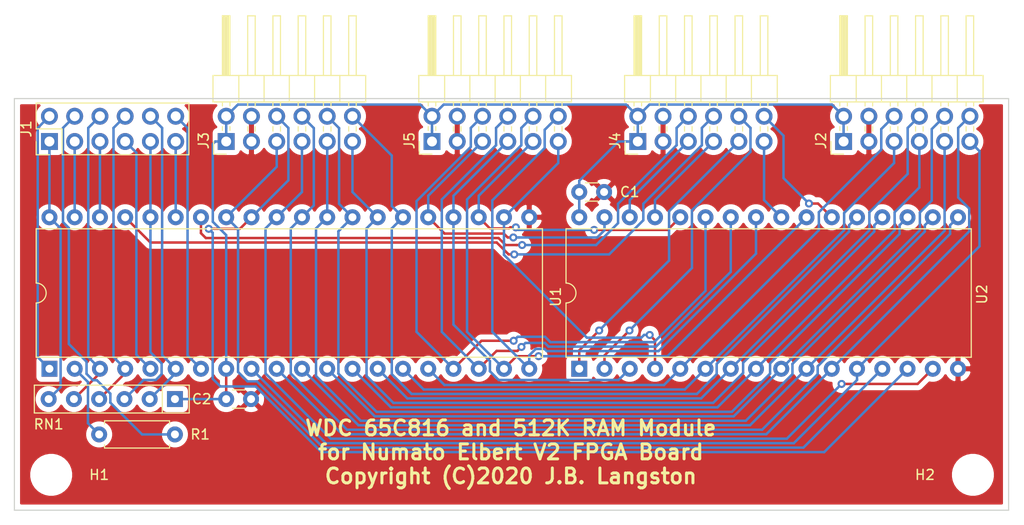
<source format=kicad_pcb>
(kicad_pcb (version 20211014) (generator pcbnew)
  (layers (0 "F.Cu" signal) (31 "B.Cu" signal) (34 "B.Paste" user) (35 "F.Paste" user) (36 "B.SilkS" user "B.Silkscreen") (37 "F.SilkS" user "F.Silkscreen") (38 "B.Mask" user) (39 "F.Mask" user) (44 "Edge.Cuts" user))
  (net 0 "")
  (net 1 "/A12")
  (net 2 "/A13")
  (net 3 "/A14")
  (net 4 "/A15")
  (net 5 "/D7")
  (net 6 "/D6")
  (net 7 "/D5")
  (net 8 "/A0")
  (net 9 "/D4")
  (net 10 "/A1")
  (net 11 "/D3")
  (net 12 "/A2")
  (net 13 "/D2")
  (net 14 "/A3")
  (net 15 "/D1")
  (net 16 "/A4")
  (net 17 "/D0")
  (net 18 "/A5")
  (net 19 "/A6")
  (net 20 "/A7")
  (net 21 "/A8")
  (net 22 "/A9")
  (net 23 "/A10")
  (net 24 "/A11")
  (net 25 "GND")
  (net 26 "VCC")
  (net 27 "/~{WE}")
  (net 28 "/~{OE}")
  (net 29 "/~{CE}")
  (net 30 "/A18")
  (net 31 "/A17")
  (net 32 "/A16")
  (net 33 "Net-(J1-Pad4)")
  (net 34 "/~{RES}")
  (net 35 "/VDA")
  (net 36 "/MX")
  (net 37 "/PHI2")
  (net 38 "/BE")
  (net 39 "/E")
  (net 40 "/R~{W}")
  (net 41 "/VPA")
  (net 42 "/~{NMI}")
  (net 43 "/~{ML}")
  (net 44 "/~{IRQ}")
  (net 45 "/~{ABORT}")
  (net 46 "/RDY")
  (net 47 "/~{VP}")
  (footprint "Package_DIP:DIP-40_W15.24mm" (layer "F.Cu") (at 99.899 134.62 90)
    (fp_text reference "U1")
    (fp_text value "65C816S")
  )
  (footprint "Capacitor_THT:C_Disc_D3.0mm_W1.6mm_P2.50mm" (layer "F.Cu") (at 153.189 116.84)
    (fp_text reference "C1")
    (fp_text value "C")
  )
  (footprint "Capacitor_THT:C_Disc_D3.0mm_W1.6mm_P2.50mm" (layer "F.Cu") (at 117.679 137.668)
    (fp_text reference "C2")
    (fp_text value "C")
  )
  (footprint "Connector_PinHeader_2.54mm:PinHeader_2x06_P2.54mm_Horizontal" (layer "F.Cu") (at 179.779 111.76 90)
    (fp_text reference "J2")
    (fp_text value "Conn_02x06_Odd_Even")
  )
  (footprint "Connector_PinHeader_2.54mm:PinHeader_2x06_P2.54mm_Horizontal" (layer "F.Cu") (at 159.079 111.76 90)
    (fp_text reference "J4")
    (fp_text value "Conn_02x06_Odd_Even")
  )
  (footprint "Connector_PinHeader_2.54mm:PinHeader_2x06_P2.54mm_Horizontal" (layer "F.Cu") (at 138.379 111.76 90)
    (fp_text reference "J5")
    (fp_text value "Conn_02x06_Odd_Even")
  )
  (footprint "Package_DIP:DIP-32_W15.24mm" (layer "F.Cu") (at 153.189 134.62 90)
    (fp_text reference "U2")
    (fp_text value "AS6C4008")
  )
  (footprint "Connector_PinHeader_2.54mm:PinHeader_2x06_P2.54mm_Vertical" (layer "F.Cu") (at 99.899 111.76 90)
    (fp_text reference "J1")
    (fp_text value "Conn_02x05_Odd_Even")
  )
  (footprint "Resistor_THT:R_Array_SIP6" (layer "F.Cu") (at 112.522 137.668 180)
    (fp_text reference "RN1")
    (fp_text value "R_Network05")
  )
  (footprint "Resistor_THT:R_Axial_DIN0207_L6.3mm_D2.5mm_P7.62mm_Horizontal" (layer "F.Cu") (at 104.902 141.224)
    (fp_text reference "R1")
    (fp_text value "R")
  )
  (footprint "MountingHole:MountingHole_3.2mm_M3" (layer "F.Cu") (at 100.076 145.288)
    (fp_text reference "H1")
    (fp_text value "MountingHole")
  )
  (footprint "MountingHole:MountingHole_3.2mm_M3" (layer "F.Cu") (at 192.786 145.288)
    (fp_text reference "H2")
    (fp_text value "MountingHole")
  )
  (footprint "Connector_PinHeader_2.54mm:PinHeader_2x06_P2.54mm_Horizontal" (layer "F.Cu") (at 117.679 111.76 90)
    (fp_text reference "J3")
    (fp_text value "Conn_02x06_Odd_Even")
  )
  (gr_line (start 196.376 107.442) (end 96.376 107.442) (layer "Edge.Cuts") (width 0.12))
  (gr_line (start 196.376 148.844) (end 96.376 148.844) (layer "Edge.Cuts") (width 0.12))
  (gr_line (start 196.376 148.844) (end 196.376 107.442) (layer "Edge.Cuts") (width 0.12))
  (gr_line (start 96.376 107.442) (end 96.376 148.844) (layer "Edge.Cuts") (width 0.12))
  (gr_text "WDC 65C816 and 512K RAM Module\nfor Numato Elbert V2 FPGA Board\nCopyright (C)2020 J.B. Langston" (at 146.304 143.002) (layer "F.SilkS") (effects (font (size 1.5 1.5) (thickness 0.3))))
  (segment (start 160.809 131.751968) (end 160.274 131.216968) (width 0.25) (layer "F.Cu") (net 1))
  (segment (start 160.809 134.62) (end 160.809 131.751968) (width 0.25) (layer "F.Cu") (net 1))
  (via (at 160.274 131.216968) (size 0.8) (drill 0.4) (layers "F.Cu" "B.Cu") (net 1))
  (segment (start 159.708315 131.216968) (end 160.274 131.216968) (width 0.25) (layer "B.Cu") (net 1))
  (segment (start 151.079 113.92) (end 151.079 111.76) (width 0.25) (layer "B.Cu") (net 1))
  (segment (start 145.619 119.38) (end 151.079 113.92) (width 0.25) (layer "B.Cu") (net 1))
  (segment (start 153.953189 131.491967) (end 159.433316 131.491967) (width 0.25) (layer "B.Cu") (net 1))
  (segment (start 159.433316 131.491967) (end 159.708315 131.216968) (width 0.25) (layer "B.Cu") (net 1))
  (segment (start 145.619 119.38) (end 145.619 123.157778) (width 0.25) (layer "B.Cu") (net 1))
  (segment (start 145.619 123.157778) (end 153.953189 131.491967) (width 0.25) (layer "B.Cu") (net 1))
  (segment (start 162.079 120.65) (end 154.685998 120.65) (width 0.25) (layer "F.Cu") (net 2))
  (segment (start 143.079 119.38) (end 144.204001 120.505001) (width 0.25) (layer "F.Cu") (net 2))
  (segment (start 144.204001 120.505001) (end 146.137314 120.505001) (width 0.25) (layer "F.Cu") (net 2))
  (segment (start 146.246315 120.396) (end 146.812 120.396) (width 0.25) (layer "F.Cu") (net 2))
  (segment (start 146.137314 120.505001) (end 146.246315 120.396) (width 0.25) (layer "F.Cu") (net 2))
  (segment (start 163.349 119.38) (end 162.079 120.65) (width 0.25) (layer "F.Cu") (net 2))
  (via (at 146.812 120.396) (size 0.8) (drill 0.4) (layers "F.Cu" "B.Cu") (net 2))
  (via (at 154.685998 120.65) (size 0.8) (drill 0.4) (layers "F.Cu" "B.Cu") (net 2))
  (segment (start 143.079 117.22) (end 148.539 111.76) (width 0.25) (layer "B.Cu") (net 2))
  (segment (start 147.066 120.65) (end 146.812 120.396) (width 0.25) (layer "B.Cu") (net 2))
  (segment (start 143.079 119.38) (end 143.079 117.22) (width 0.25) (layer "B.Cu") (net 2))
  (segment (start 154.685998 120.65) (end 147.066 120.65) (width 0.25) (layer "B.Cu") (net 2))
  (segment (start 158.269 134.62) (end 157.143999 135.745001) (width 0.25) (layer "B.Cu") (net 3))
  (segment (start 140.539 130.17641) (end 140.539 120.51137) (width 0.25) (layer "B.Cu") (net 3))
  (segment (start 140.539 120.51137) (end 140.539 119.38) (width 0.25) (layer "B.Cu") (net 3))
  (segment (start 140.539 117.22) (end 140.539 118.24863) (width 0.25) (layer "B.Cu") (net 3))
  (segment (start 145.078999 135.745001) (end 144.204001 134.870003) (width 0.25) (layer "B.Cu") (net 3))
  (segment (start 144.204001 133.841411) (end 140.539 130.17641) (width 0.25) (layer "B.Cu") (net 3))
  (segment (start 144.204001 134.870003) (end 144.204001 133.841411) (width 0.25) (layer "B.Cu") (net 3))
  (segment (start 157.143999 135.745001) (end 145.078999 135.745001) (width 0.25) (layer "B.Cu") (net 3))
  (segment (start 140.539 118.24863) (end 140.539 119.38) (width 0.25) (layer "B.Cu") (net 3))
  (segment (start 145.999 111.76) (end 140.539 117.22) (width 0.25) (layer "B.Cu") (net 3))
  (segment (start 145.992315 121.412) (end 146.558 121.412) (width 0.25) (layer "F.Cu") (net 4))
  (segment (start 137.999 119.38) (end 139.638978 121.019978) (width 0.25) (layer "F.Cu") (net 4))
  (segment (start 139.638978 121.019978) (end 145.600293 121.019978) (width 0.25) (layer "F.Cu") (net 4))
  (segment (start 145.600293 121.019978) (end 145.992315 121.412) (width 0.25) (layer "F.Cu") (net 4))
  (via (at 146.558 121.412) (size 0.8) (drill 0.4) (layers "F.Cu" "B.Cu") (net 4))
  (segment (start 155.729 120.68) (end 154.997 121.412) (width 0.25) (layer "B.Cu") (net 4))
  (segment (start 137.999 119.38) (end 137.999 117.22) (width 0.25) (layer "B.Cu") (net 4))
  (segment (start 142.609001 112.609999) (end 143.459 111.76) (width 0.25) (layer "B.Cu") (net 4))
  (segment (start 155.729 119.38) (end 155.729 120.68) (width 0.25) (layer "B.Cu") (net 4))
  (segment (start 137.999 117.22) (end 142.609001 112.609999) (width 0.25) (layer "B.Cu") (net 4))
  (segment (start 147.123685 121.412) (end 146.558 121.412) (width 0.25) (layer "B.Cu") (net 4))
  (segment (start 154.997 121.412) (end 147.123685 121.412) (width 0.25) (layer "B.Cu") (net 4))
  (segment (start 134.333999 118.254999) (end 134.659001 118.580001) (width 0.25) (layer "B.Cu") (net 5))
  (segment (start 167.014001 135.160001) (end 165.022145 137.151857) (width 0.25) (layer "B.Cu") (net 5))
  (segment (start 134.659001 120.179999) (end 135.459 119.38) (width 0.25) (layer "B.Cu") (net 5))
  (segment (start 136.325855 137.151857) (end 134.333999 135.160001) (width 0.25) (layer "B.Cu") (net 5))
  (segment (start 130.379 109.22) (end 134.333999 113.174999) (width 0.25) (layer "B.Cu") (net 5))
  (segment (start 167.014001 134.131409) (end 167.014001 135.160001) (width 0.25) (layer "B.Cu") (net 5))
  (segment (start 134.659001 118.580001) (end 135.459 119.38) (width 0.25) (layer "B.Cu") (net 5))
  (segment (start 165.022145 137.151857) (end 136.325855 137.151857) (width 0.25) (layer "B.Cu") (net 5))
  (segment (start 134.333999 120.505001) (end 134.659001 120.179999) (width 0.25) (layer "B.Cu") (net 5))
  (segment (start 180.329001 120.179999) (end 180.329001 120.816409) (width 0.25) (layer "B.Cu") (net 5))
  (segment (start 134.333999 135.160001) (end 134.333999 120.505001) (width 0.25) (layer "B.Cu") (net 5))
  (segment (start 134.333999 113.174999) (end 134.333999 118.254999) (width 0.25) (layer "B.Cu") (net 5))
  (segment (start 181.129 119.38) (end 180.329001 120.179999) (width 0.25) (layer "B.Cu") (net 5))
  (segment (start 180.329001 120.816409) (end 167.014001 134.131409) (width 0.25) (layer "B.Cu") (net 5))
  (segment (start 183.669 119.38) (end 182.869001 120.179999) (width 0.25) (layer "B.Cu") (net 6))
  (segment (start 169.672 134.01341) (end 169.672 135.042002) (width 0.25) (layer "B.Cu") (net 6))
  (segment (start 134.495879 138.051879) (end 131.793999 135.349999) (width 0.25) (layer "B.Cu") (net 6))
  (segment (start 130.379 116.84) (end 132.919 119.38) (width 0.25) (layer "B.Cu") (net 6))
  (segment (start 182.869001 120.816409) (end 169.672 134.01341) (width 0.25) (layer "B.Cu") (net 6))
  (segment (start 182.869001 120.179999) (end 182.869001 120.816409) (width 0.25) (layer "B.Cu") (net 6))
  (segment (start 131.793999 120.505001) (end 132.119001 120.179999) (width 0.25) (layer "B.Cu") (net 6))
  (segment (start 169.672 135.042002) (end 166.662123 138.051879) (width 0.25) (layer "B.Cu") (net 6))
  (segment (start 130.379 111.76) (end 130.379 116.84) (width 0.25) (layer "B.Cu") (net 6))
  (segment (start 131.793999 135.349999) (end 131.793999 120.505001) (width 0.25) (layer "B.Cu") (net 6))
  (segment (start 166.662123 138.051879) (end 134.495879 138.051879) (width 0.25) (layer "B.Cu") (net 6))
  (segment (start 132.119001 120.179999) (end 132.919 119.38) (width 0.25) (layer "B.Cu") (net 6))
  (segment (start 129.579001 118.580001) (end 130.379 119.38) (width 0.25) (layer "B.Cu") (net 7))
  (segment (start 172.383999 134.079999) (end 172.383999 135.108591) (width 0.25) (layer "B.Cu") (net 7))
  (segment (start 129.579001 120.179999) (end 130.379 119.38) (width 0.25) (layer "B.Cu") (net 7))
  (segment (start 185.409001 121.054997) (end 172.383999 134.079999) (width 0.25) (layer "B.Cu") (net 7))
  (segment (start 185.409001 120.179999) (end 185.409001 121.054997) (width 0.25) (layer "B.Cu") (net 7))
  (segment (start 129.032 110.413) (end 129.032 118.033) (width 0.25) (layer "B.Cu") (net 7))
  (segment (start 168.540689 138.951901) (end 132.807311 138.951901) (width 0.25) (layer "B.Cu") (net 7))
  (segment (start 128.964001 120.794999) (end 129.579001 120.179999) (width 0.25) (layer "B.Cu") (net 7))
  (segment (start 172.383999 135.108591) (end 168.540689 138.951901) (width 0.25) (layer "B.Cu") (net 7))
  (segment (start 127.839 109.22) (end 129.032 110.413) (width 0.25) (layer "B.Cu") (net 7))
  (segment (start 129.032 118.033) (end 129.579001 118.580001) (width 0.25) (layer "B.Cu") (net 7))
  (segment (start 186.209 119.38) (end 185.409001 120.179999) (width 0.25) (layer "B.Cu") (net 7))
  (segment (start 132.807311 138.951901) (end 128.964001 135.108591) (width 0.25) (layer "B.Cu") (net 7))
  (segment (start 128.964001 135.108591) (end 128.964001 120.794999) (width 0.25) (layer "B.Cu") (net 7))
  (segment (start 127.700978 142.101978) (end 174.778392 142.101978) (width 0.25) (layer "B.Cu") (net 8))
  (segment (start 181.129 134.62) (end 193.4464 122.3026) (width 0.25) (layer "B.Cu") (net 8))
  (segment (start 120.219 134.62) (end 127.700978 142.101978) (width 0.25) (layer "B.Cu") (net 8))
  (segment (start 193.4464 122.3026) (end 193.4464 112.7274) (width 0.25) (layer "B.Cu") (net 8))
  (segment (start 193.4464 112.7274) (end 192.479 111.76) (width 0.25) (layer "B.Cu") (net 8))
  (segment (start 174.778392 142.101978) (end 181.129 135.75137) (width 0.25) (layer "B.Cu") (net 8))
  (segment (start 181.129 135.75137) (end 181.129 134.62) (width 0.25) (layer "B.Cu") (net 8))
  (segment (start 131.215923 139.851923) (end 126.713999 135.349999) (width 0.25) (layer "B.Cu") (net 9))
  (segment (start 169.942079 139.851923) (end 131.215923 139.851923) (width 0.25) (layer "B.Cu") (net 9))
  (segment (start 126.713999 135.349999) (end 126.713999 120.505001) (width 0.25) (layer "B.Cu") (net 9))
  (segment (start 127.839 111.76) (end 127.839 119.38) (width 0.25) (layer "B.Cu") (net 9))
  (segment (start 127.039001 120.179999) (end 127.839 119.38) (width 0.25) (layer "B.Cu") (net 9))
  (segment (start 187.949001 120.816409) (end 174.634001 134.131409) (width 0.25) (layer "B.Cu") (net 9))
  (segment (start 187.949001 120.179999) (end 187.949001 120.816409) (width 0.25) (layer "B.Cu") (net 9))
  (segment (start 174.634001 135.160001) (end 169.942079 139.851923) (width 0.25) (layer "B.Cu") (net 9))
  (segment (start 174.634001 134.131409) (end 174.634001 135.160001) (width 0.25) (layer "B.Cu") (net 9))
  (segment (start 188.749 119.38) (end 187.949001 120.179999) (width 0.25) (layer "B.Cu") (net 9))
  (segment (start 126.713999 120.505001) (end 127.039001 120.179999) (width 0.25) (layer "B.Cu") (net 9))
  (segment (start 192.414001 118.500001) (end 191.303999 117.389999) (width 0.25) (layer "B.Cu") (net 10))
  (segment (start 178.589 134.62) (end 192.414001 120.794999) (width 0.25) (layer "B.Cu") (net 10))
  (segment (start 191.303999 110.395001) (end 191.629001 110.069999) (width 0.25) (layer "B.Cu") (net 10))
  (segment (start 191.629001 110.069999) (end 192.479 109.22) (width 0.25) (layer "B.Cu") (net 10))
  (segment (start 192.414001 120.794999) (end 192.414001 118.500001) (width 0.25) (layer "B.Cu") (net 10))
  (segment (start 172.007044 141.201956) (end 177.789001 135.419999) (width 0.25) (layer "B.Cu") (net 10))
  (segment (start 122.759 134.62) (end 129.340956 141.201956) (width 0.25) (layer "B.Cu") (net 10))
  (segment (start 129.340956 141.201956) (end 172.007044 141.201956) (width 0.25) (layer "B.Cu") (net 10))
  (segment (start 191.303999 117.389999) (end 191.303999 110.395001) (width 0.25) (layer "B.Cu") (net 10))
  (segment (start 177.789001 135.419999) (end 178.589 134.62) (width 0.25) (layer "B.Cu") (net 10))
  (segment (start 177.174001 135.160001) (end 171.582057 140.751945) (width 0.25) (layer "B.Cu") (net 11))
  (segment (start 191.289 119.38) (end 190.489001 120.179999) (width 0.25) (layer "B.Cu") (net 11))
  (segment (start 190.489001 121.054997) (end 177.174001 134.369997) (width 0.25) (layer "B.Cu") (net 11))
  (segment (start 171.582057 140.751945) (end 129.829945 140.751945) (width 0.25) (layer "B.Cu") (net 11))
  (segment (start 129.829945 140.751945) (end 124.173999 135.095999) (width 0.25) (layer "B.Cu") (net 11))
  (segment (start 126.098999 118.580001) (end 125.299 119.38) (width 0.25) (layer "B.Cu") (net 11))
  (segment (start 190.489001 120.179999) (end 190.489001 121.054997) (width 0.25) (layer "B.Cu") (net 11))
  (segment (start 124.173999 135.095999) (end 124.173999 120.505001) (width 0.25) (layer "B.Cu") (net 11))
  (segment (start 125.299 109.22) (end 126.492 110.413) (width 0.25) (layer "B.Cu") (net 11))
  (segment (start 126.492 110.413) (end 126.492 118.187) (width 0.25) (layer "B.Cu") (net 11))
  (segment (start 124.499001 120.179999) (end 125.299 119.38) (width 0.25) (layer "B.Cu") (net 11))
  (segment (start 124.173999 120.505001) (end 124.499001 120.179999) (width 0.25) (layer "B.Cu") (net 11))
  (segment (start 126.492 118.187) (end 126.098999 118.580001) (width 0.25) (layer "B.Cu") (net 11))
  (segment (start 177.174001 134.369997) (end 177.174001 135.160001) (width 0.25) (layer "B.Cu") (net 11))
  (segment (start 126.098999 135.419999) (end 125.299 134.62) (width 0.25) (layer "B.Cu") (net 12))
  (segment (start 189.939 120.73) (end 189.939 111.76) (width 0.25) (layer "B.Cu") (net 12))
  (segment (start 130.980934 140.301934) (end 126.098999 135.419999) (width 0.25) (layer "B.Cu") (net 12))
  (segment (start 176.049 134.62) (end 189.939 120.73) (width 0.25) (layer "B.Cu") (net 12))
  (segment (start 176.049 134.62) (end 170.367066 140.301934) (width 0.25) (layer "B.Cu") (net 12))
  (segment (start 170.367066 140.301934) (end 130.980934 140.301934) (width 0.25) (layer "B.Cu") (net 12))
  (segment (start 187.225 136.144) (end 188.749 134.62) (width 0.25) (layer "F.Cu") (net 13))
  (segment (start 179.578 136.144) (end 187.225 136.144) (width 0.25) (layer "F.Cu") (net 13))
  (via (at 179.578 136.144) (size 0.8) (drill 0.4) (layers "F.Cu" "B.Cu") (net 13))
  (segment (start 121.633999 135.095999) (end 128.189967 141.651967) (width 0.25) (layer "B.Cu") (net 13))
  (segment (start 125.299 111.76) (end 125.299 116.84) (width 0.25) (layer "B.Cu") (net 13))
  (segment (start 121.633999 120.505001) (end 121.633999 135.095999) (width 0.25) (layer "B.Cu") (net 13))
  (segment (start 122.759 119.38) (end 121.633999 120.505001) (width 0.25) (layer "B.Cu") (net 13))
  (segment (start 128.189967 141.651967) (end 174.070033 141.651967) (width 0.25) (layer "B.Cu") (net 13))
  (segment (start 174.070033 141.651967) (end 179.178001 136.543999) (width 0.25) (layer "B.Cu") (net 13))
  (segment (start 125.299 116.84) (end 122.759 119.38) (width 0.25) (layer "B.Cu") (net 13))
  (segment (start 179.178001 136.543999) (end 179.578 136.144) (width 0.25) (layer "B.Cu") (net 13))
  (segment (start 172.709001 135.419999) (end 173.509 134.62) (width 0.25) (layer "B.Cu") (net 14))
  (segment (start 187.452 120.677) (end 187.452 118.8974) (width 0.25) (layer "B.Cu") (net 14))
  (segment (start 127.839 134.62) (end 132.620912 139.401912) (width 0.25) (layer "B.Cu") (net 14))
  (segment (start 188.6458 110.5132) (end 189.089001 110.069999) (width 0.25) (layer "B.Cu") (net 14))
  (segment (start 132.620912 139.401912) (end 168.727088 139.401912) (width 0.25) (layer "B.Cu") (net 14))
  (segment (start 187.452 118.8974) (end 188.6458 117.7036) (width 0.25) (layer "B.Cu") (net 14))
  (segment (start 173.509 134.62) (end 187.452 120.677) (width 0.25) (layer "B.Cu") (net 14))
  (segment (start 189.089001 110.069999) (end 189.939 109.22) (width 0.25) (layer "B.Cu") (net 14))
  (segment (start 188.6458 117.7036) (end 188.6458 110.5132) (width 0.25) (layer "B.Cu") (net 14))
  (segment (start 168.727088 139.401912) (end 172.709001 135.419999) (width 0.25) (layer "B.Cu") (net 14))
  (segment (start 120.219 119.38) (end 119.058174 120.540826) (width 0.25) (layer "F.Cu") (net 15))
  (segment (start 119.058174 120.540826) (end 116.487328 120.540826) (width 0.25) (layer "F.Cu") (net 15))
  (segment (start 116.487328 120.540826) (end 115.921643 120.540826) (width 0.25) (layer "F.Cu") (net 15))
  (via (at 115.921643 120.540826) (size 0.8) (drill 0.4) (layers "F.Cu" "B.Cu") (net 15))
  (segment (start 116.321642 120.940825) (end 115.921643 120.540826) (width 0.25) (layer "B.Cu") (net 15))
  (segment (start 123.934001 115.664999) (end 123.934001 110.395001) (width 0.25) (layer "B.Cu") (net 15))
  (segment (start 177.827 143.002) (end 127.254 143.002) (width 0.25) (layer "B.Cu") (net 15))
  (segment (start 123.608999 110.069999) (end 122.759 109.22) (width 0.25) (layer "B.Cu") (net 15))
  (segment (start 116.321642 135.625642) (end 116.321642 120.940825) (width 0.25) (layer "B.Cu") (net 15))
  (segment (start 123.934001 110.395001) (end 123.608999 110.069999) (width 0.25) (layer "B.Cu") (net 15))
  (segment (start 120.219 119.38) (end 123.934001 115.664999) (width 0.25) (layer "B.Cu") (net 15))
  (segment (start 117.094 136.398) (end 116.321642 135.625642) (width 0.25) (layer "B.Cu") (net 15))
  (segment (start 120.65 136.398) (end 117.094 136.398) (width 0.25) (layer "B.Cu") (net 15))
  (segment (start 127.254 143.002) (end 120.65 136.398) (width 0.25) (layer "B.Cu") (net 15))
  (segment (start 186.209 134.62) (end 177.827 143.002) (width 0.25) (layer "B.Cu") (net 15))
  (segment (start 170.969 134.62) (end 167.08711 138.50189) (width 0.25) (layer "B.Cu") (net 16))
  (segment (start 184.912 120.677) (end 184.912 118.872) (width 0.25) (layer "B.Cu") (net 16))
  (segment (start 187.399 116.385) (end 187.399 111.76) (width 0.25) (layer "B.Cu") (net 16))
  (segment (start 134.26089 138.50189) (end 131.178999 135.419999) (width 0.25) (layer "B.Cu") (net 16))
  (segment (start 131.178999 135.419999) (end 130.379 134.62) (width 0.25) (layer "B.Cu") (net 16))
  (segment (start 167.08711 138.50189) (end 134.26089 138.50189) (width 0.25) (layer "B.Cu") (net 16))
  (segment (start 184.912 118.872) (end 187.399 116.385) (width 0.25) (layer "B.Cu") (net 16))
  (segment (start 170.969 134.62) (end 184.912 120.677) (width 0.25) (layer "B.Cu") (net 16))
  (segment (start 122.759 114.3) (end 122.759 111.76) (width 0.25) (layer "B.Cu") (net 17))
  (segment (start 118.872 134.938002) (end 118.872 120.573) (width 0.25) (layer "B.Cu") (net 17))
  (segment (start 127.440399 142.551989) (end 120.77841 135.89) (width 0.25) (layer "B.Cu") (net 17))
  (segment (start 118.478999 120.179999) (end 117.679 119.38) (width 0.25) (layer "B.Cu") (net 17))
  (segment (start 117.679 119.38) (end 122.759 114.3) (width 0.25) (layer "B.Cu") (net 17))
  (segment (start 118.872 120.573) (end 118.478999 120.179999) (width 0.25) (layer "B.Cu") (net 17))
  (segment (start 183.669 134.62) (end 175.737011 142.551989) (width 0.25) (layer "B.Cu") (net 17))
  (segment (start 119.823998 135.89) (end 118.872 134.938002) (width 0.25) (layer "B.Cu") (net 17))
  (segment (start 120.77841 135.89) (end 119.823998 135.89) (width 0.25) (layer "B.Cu") (net 17))
  (segment (start 175.737011 142.551989) (end 127.440399 142.551989) (width 0.25) (layer "B.Cu") (net 17))
  (segment (start 167.629001 135.419999) (end 168.429 134.62) (width 0.25) (layer "B.Cu") (net 18))
  (segment (start 182.372 120.677) (end 182.372 118.872) (width 0.25) (layer "B.Cu") (net 18))
  (segment (start 186.223999 110.395001) (end 186.549001 110.069999) (width 0.25) (layer "B.Cu") (net 18))
  (segment (start 165.447132 137.601868) (end 167.629001 135.419999) (width 0.25) (layer "B.Cu") (net 18))
  (segment (start 135.900868 137.601868) (end 165.447132 137.601868) (width 0.25) (layer "B.Cu") (net 18))
  (segment (start 168.429 134.62) (end 182.372 120.677) (width 0.25) (layer "B.Cu") (net 18))
  (segment (start 182.372 118.872) (end 186.223999 115.020001) (width 0.25) (layer "B.Cu") (net 18))
  (segment (start 186.223999 115.020001) (end 186.223999 110.395001) (width 0.25) (layer "B.Cu") (net 18))
  (segment (start 132.919 134.62) (end 135.900868 137.601868) (width 0.25) (layer "B.Cu") (net 18))
  (segment (start 186.549001 110.069999) (end 187.399 109.22) (width 0.25) (layer "B.Cu") (net 18))
  (segment (start 137.540846 136.701846) (end 136.258999 135.419999) (width 0.25) (layer "B.Cu") (net 19))
  (segment (start 163.807154 136.701846) (end 137.540846 136.701846) (width 0.25) (layer "B.Cu") (net 19))
  (segment (start 184.859 113.9212) (end 184.859 111.76) (width 0.25) (layer "B.Cu") (net 19))
  (segment (start 179.832 120.677) (end 179.832 118.9482) (width 0.25) (layer "B.Cu") (net 19))
  (segment (start 136.258999 135.419999) (end 135.459 134.62) (width 0.25) (layer "B.Cu") (net 19))
  (segment (start 165.889 134.62) (end 163.807154 136.701846) (width 0.25) (layer "B.Cu") (net 19))
  (segment (start 179.832 118.9482) (end 184.859 113.9212) (width 0.25) (layer "B.Cu") (net 19))
  (segment (start 165.889 134.62) (end 179.832 120.677) (width 0.25) (layer "B.Cu") (net 19))
  (segment (start 162.549001 135.419999) (end 163.349 134.62) (width 0.25) (layer "B.Cu") (net 20))
  (segment (start 161.717165 136.251835) (end 162.549001 135.419999) (width 0.25) (layer "B.Cu") (net 20))
  (segment (start 184.009001 110.069999) (end 184.859 109.22) (width 0.25) (layer "B.Cu") (net 20))
  (segment (start 177.292 120.677) (end 177.292 118.872) (width 0.25) (layer "B.Cu") (net 20))
  (segment (start 183.5658 112.5982) (end 183.5658 110.5132) (width 0.25) (layer "B.Cu") (net 20))
  (segment (start 163.349 134.62) (end 177.292 120.677) (width 0.25) (layer "B.Cu") (net 20))
  (segment (start 139.630835 136.251835) (end 161.717165 136.251835) (width 0.25) (layer "B.Cu") (net 20))
  (segment (start 137.999 134.62) (end 139.630835 136.251835) (width 0.25) (layer "B.Cu") (net 20))
  (segment (start 177.292 118.872) (end 183.5658 112.5982) (width 0.25) (layer "B.Cu") (net 20))
  (segment (start 183.5658 110.5132) (end 184.009001 110.069999) (width 0.25) (layer "B.Cu") (net 20))
  (segment (start 146.025764 131.802978) (end 146.591449 131.802978) (width 0.25) (layer "F.Cu") (net 21))
  (segment (start 140.539 134.62) (end 143.356022 131.802978) (width 0.25) (layer "F.Cu") (net 21))
  (segment (start 143.356022 131.802978) (end 146.025764 131.802978) (width 0.25) (layer "F.Cu") (net 21))
  (via (at 146.591449 131.802978) (size 0.8) (drill 0.4) (layers "F.Cu" "B.Cu") (net 21))
  (segment (start 142.283999 112.298591) (end 142.283999 110.395001) (width 0.25) (layer "B.Cu") (net 21))
  (segment (start 160.723024 131.941978) (end 150.289802 131.941978) (width 0.25) (layer "B.Cu") (net 21))
  (segment (start 165.889 119.38) (end 165.889 126.776002) (width 0.25) (layer "B.Cu") (net 21))
  (segment (start 136.823999 117.758591) (end 142.283999 112.298591) (width 0.25) (layer "B.Cu") (net 21))
  (segment (start 142.609001 110.069999) (end 143.459 109.22) (width 0.25) (layer "B.Cu") (net 21))
  (segment (start 140.539 134.62) (end 136.823999 130.904999) (width 0.25) (layer "B.Cu") (net 21))
  (segment (start 142.283999 110.395001) (end 142.609001 110.069999) (width 0.25) (layer "B.Cu") (net 21))
  (segment (start 146.991448 131.402979) (end 146.591449 131.802978) (width 0.25) (layer "B.Cu") (net 21))
  (segment (start 165.889 126.776002) (end 160.723024 131.941978) (width 0.25) (layer "B.Cu") (net 21))
  (segment (start 150.289802 131.941978) (end 149.750803 131.402979) (width 0.25) (layer "B.Cu") (net 21))
  (segment (start 149.750803 131.402979) (end 146.991448 131.402979) (width 0.25) (layer "B.Cu") (net 21))
  (segment (start 136.823999 130.904999) (end 136.823999 117.758591) (width 0.25) (layer "B.Cu") (net 21))
  (segment (start 146.976002 132.823059) (end 147.376001 132.42306) (width 0.25) (layer "F.Cu") (net 22))
  (segment (start 143.079 134.62) (end 144.875941 132.823059) (width 0.25) (layer "F.Cu") (net 22))
  (segment (start 144.875941 132.823059) (end 146.976002 132.823059) (width 0.25) (layer "F.Cu") (net 22))
  (via (at 147.376001 132.42306) (size 0.8) (drill 0.4) (layers "F.Cu" "B.Cu") (net 22))
  (segment (start 150.103402 132.391989) (end 149.734474 132.023061) (width 0.25) (layer "B.Cu") (net 22))
  (segment (start 144.823999 112.134003) (end 144.823999 110.395001) (width 0.25) (layer "B.Cu") (net 22))
  (segment (start 168.429 119.38) (end 168.429 124.872413) (width 0.25) (layer "B.Cu") (net 22))
  (segment (start 160.909424 132.391989) (end 150.103402 132.391989) (width 0.25) (layer "B.Cu") (net 22))
  (segment (start 149.734474 132.023061) (end 147.776 132.023061) (width 0.25) (layer "B.Cu") (net 22))
  (segment (start 139.363999 130.904999) (end 139.363999 117.594003) (width 0.25) (layer "B.Cu") (net 22))
  (segment (start 168.429 124.872413) (end 160.909424 132.391989) (width 0.25) (layer "B.Cu") (net 22))
  (segment (start 143.079 134.62) (end 139.363999 130.904999) (width 0.25) (layer "B.Cu") (net 22))
  (segment (start 147.776 132.023061) (end 147.376001 132.42306) (width 0.25) (layer "B.Cu") (net 22))
  (segment (start 139.363999 117.594003) (end 144.823999 112.134003) (width 0.25) (layer "B.Cu") (net 22))
  (segment (start 144.823999 110.395001) (end 145.149001 110.069999) (width 0.25) (layer "B.Cu") (net 22))
  (segment (start 145.149001 110.069999) (end 145.999 109.22) (width 0.25) (layer "B.Cu") (net 22))
  (segment (start 145.619 134.62) (end 146.88434 133.35466) (width 0.25) (layer "F.Cu") (net 23))
  (segment (start 146.88434 133.35466) (end 148.536975 133.35466) (width 0.25) (layer "F.Cu") (net 23))
  (segment (start 148.536975 133.35466) (end 149.10266 133.35466) (width 0.25) (layer "F.Cu") (net 23))
  (via (at 149.10266 133.35466) (size 0.8) (drill 0.4) (layers "F.Cu" "B.Cu") (net 23))
  (segment (start 162.07434 133.35466) (end 149.668345 133.35466) (width 0.25) (layer "B.Cu") (net 23))
  (segment (start 145.619 134.62) (end 141.903999 130.904999) (width 0.25) (layer "B.Cu") (net 23))
  (segment (start 176.049 119.38) (end 162.07434 133.35466) (width 0.25) (layer "B.Cu") (net 23))
  (segment (start 141.903999 130.904999) (end 141.903999 117.594003) (width 0.25) (layer "B.Cu") (net 23))
  (segment (start 147.363999 112.134003) (end 147.363999 110.395001) (width 0.25) (layer "B.Cu") (net 23))
  (segment (start 149.668345 133.35466) (end 149.10266 133.35466) (width 0.25) (layer "B.Cu") (net 23))
  (segment (start 147.689001 110.069999) (end 148.539 109.22) (width 0.25) (layer "B.Cu") (net 23))
  (segment (start 147.363999 110.395001) (end 147.689001 110.069999) (width 0.25) (layer "B.Cu") (net 23))
  (segment (start 141.903999 117.594003) (end 147.363999 112.134003) (width 0.25) (layer "B.Cu") (net 23))
  (segment (start 148.159 134.62) (end 144.443999 130.904999) (width 0.25) (layer "B.Cu") (net 24))
  (segment (start 148.159 134.62) (end 148.159 133.273) (width 0.25) (layer "B.Cu") (net 24))
  (segment (start 170.969 123.03741) (end 170.969 120.51137) (width 0.25) (layer "B.Cu") (net 24))
  (segment (start 148.159 133.273) (end 148.807001 132.624999) (width 0.25) (layer "B.Cu") (net 24))
  (segment (start 161.16441 132.842) (end 170.969 123.03741) (width 0.25) (layer "B.Cu") (net 24))
  (segment (start 144.443999 117.684001) (end 149.714001 112.413999) (width 0.25) (layer "B.Cu") (net 24))
  (segment (start 149.917002 132.842) (end 161.16441 132.842) (width 0.25) (layer "B.Cu") (net 24))
  (segment (start 170.969 120.51137) (end 170.969 119.38) (width 0.25) (layer "B.Cu") (net 24))
  (segment (start 149.700001 132.624999) (end 149.917002 132.842) (width 0.25) (layer "B.Cu") (net 24))
  (segment (start 149.714001 110.584999) (end 150.229001 110.069999) (width 0.25) (layer "B.Cu") (net 24))
  (segment (start 144.443999 130.904999) (end 144.443999 117.684001) (width 0.25) (layer "B.Cu") (net 24))
  (segment (start 149.714001 112.413999) (end 149.714001 110.584999) (width 0.25) (layer "B.Cu") (net 24))
  (segment (start 150.229001 110.069999) (end 151.079 109.22) (width 0.25) (layer "B.Cu") (net 24))
  (segment (start 148.807001 132.624999) (end 149.700001 132.624999) (width 0.25) (layer "B.Cu") (net 24))
  (segment (start 117.679 137.668) (end 117.679 134.62) (width 0.25) (layer "F.Cu") (net 26))
  (segment (start 153.189 116.84) (end 153.189 115.70863) (width 0.25) (layer "B.Cu") (net 26))
  (segment (start 160.254001 108.044999) (end 178.603999 108.044999) (width 0.25) (layer "B.Cu") (net 26))
  (segment (start 159.079 109.22) (end 160.254001 108.044999) (width 0.25) (layer "B.Cu") (net 26))
  (segment (start 112.522 137.668) (end 117.679 137.668) (width 0.25) (layer "B.Cu") (net 26))
  (segment (start 138.379 110.66) (end 138.379 109.22) (width 0.25) (layer "B.Cu") (net 26))
  (segment (start 157.979 111.76) (end 159.079 111.76) (width 0.25) (layer "B.Cu") (net 26))
  (segment (start 157.13763 111.76) (end 157.979 111.76) (width 0.25) (layer "B.Cu") (net 26))
  (segment (start 159.079 111.76) (end 159.079 109.22) (width 0.25) (layer "B.Cu") (net 26))
  (segment (start 116.332 119.830998) (end 116.332 112.007) (width 0.25) (layer "B.Cu") (net 26))
  (segment (start 178.603999 108.044999) (end 179.779 109.22) (width 0.25) (layer "B.Cu") (net 26))
  (segment (start 118.854001 108.044999) (end 137.203999 108.044999) (width 0.25) (layer "B.Cu") (net 26))
  (segment (start 139.554001 108.044999) (end 157.903999 108.044999) (width 0.25) (layer "B.Cu") (net 26))
  (segment (start 153.189 115.70863) (end 157.13763 111.76) (width 0.25) (layer "B.Cu") (net 26))
  (segment (start 116.579 111.76) (end 117.679 111.76) (width 0.25) (layer "B.Cu") (net 26))
  (segment (start 153.189 119.38) (end 153.189 118.24863) (width 0.25) (layer "B.Cu") (net 26))
  (segment (start 116.332 112.007) (end 116.579 111.76) (width 0.25) (layer "B.Cu") (net 26))
  (segment (start 117.679 110.422081) (end 117.679 111.76) (width 0.25) (layer "B.Cu") (net 26))
  (segment (start 137.203999 108.044999) (end 138.379 109.22) (width 0.25) (layer "B.Cu") (net 26))
  (segment (start 117.679 121.177998) (end 116.332 119.830998) (width 0.25) (layer "B.Cu") (net 26))
  (segment (start 117.679 109.22) (end 117.679 110.422081) (width 0.25) (layer "B.Cu") (net 26))
  (segment (start 179.779 111.76) (end 179.779 109.22) (width 0.25) (layer "B.Cu") (net 26))
  (segment (start 117.679 109.22) (end 118.854001 108.044999) (width 0.25) (layer "B.Cu") (net 26))
  (segment (start 138.379 111.76) (end 138.379 110.66) (width 0.25) (layer "B.Cu") (net 26))
  (segment (start 117.679 134.62) (end 117.679 121.177998) (width 0.25) (layer "B.Cu") (net 26))
  (segment (start 138.379 109.22) (end 139.554001 108.044999) (width 0.25) (layer "B.Cu") (net 26))
  (segment (start 153.189 118.24863) (end 153.189 116.84) (width 0.25) (layer "B.Cu") (net 26))
  (segment (start 157.903999 108.044999) (end 159.079 109.22) (width 0.25) (layer "B.Cu") (net 26))
  (segment (start 160.809 117.65) (end 166.699 111.76) (width 0.25) (layer "B.Cu") (net 27))
  (segment (start 160.809 119.38) (end 160.809 117.65) (width 0.25) (layer "B.Cu") (net 27))
  (segment (start 171.779 117.65) (end 171.779 111.76) (width 0.25) (layer "B.Cu") (net 28))
  (segment (start 173.509 119.38) (end 171.779 117.65) (width 0.25) (layer "B.Cu") (net 28))
  (segment (start 178.589 119.38) (end 177.21084 118.00184) (width 0.25) (layer "F.Cu") (net 29))
  (segment (start 177.21084 118.00184) (end 176.295332 118.00184) (width 0.25) (layer "F.Cu") (net 29))
  (via (at 176.295332 118.00184) (size 0.8) (drill 0.4) (layers "F.Cu" "B.Cu") (net 29))
  (segment (start 173.736 115.442508) (end 173.736 111.177) (width 0.25) (layer "B.Cu") (net 29))
  (segment (start 173.736 111.177) (end 171.779 109.22) (width 0.25) (layer "B.Cu") (net 29))
  (segment (start 176.295332 118.00184) (end 173.736 115.442508) (width 0.25) (layer "B.Cu") (net 29))
  (segment (start 153.189 134.62) (end 153.189 132.771957) (width 0.25) (layer "F.Cu") (net 30))
  (segment (start 153.189 132.771957) (end 155.194 130.766957) (width 0.25) (layer "F.Cu") (net 30))
  (via (at 155.194 130.766957) (size 0.8) (drill 0.4) (layers "F.Cu" "B.Cu") (net 30))
  (segment (start 162.223999 118.775001) (end 169.239 111.76) (width 0.25) (layer "B.Cu") (net 30))
  (segment (start 162.223999 123.736958) (end 162.223999 118.775001) (width 0.25) (layer "B.Cu") (net 30))
  (segment (start 155.194 130.766957) (end 162.223999 123.736958) (width 0.25) (layer "B.Cu") (net 30))
  (segment (start 158.269 117.65) (end 164.159 111.76) (width 0.25) (layer "B.Cu") (net 31))
  (segment (start 158.269 119.38) (end 158.269 117.65) (width 0.25) (layer "B.Cu") (net 31))
  (segment (start 155.729 133.279957) (end 157.842001 131.166956) (width 0.25) (layer "F.Cu") (net 32))
  (segment (start 157.842001 131.166956) (end 158.242 130.766957) (width 0.25) (layer "F.Cu") (net 32))
  (segment (start 155.729 134.62) (end 155.729 133.279957) (width 0.25) (layer "F.Cu") (net 32))
  (via (at 158.242 130.766957) (size 0.8) (drill 0.4) (layers "F.Cu" "B.Cu") (net 32))
  (segment (start 170.414001 112.795999) (end 170.414001 110.395001) (width 0.25) (layer "B.Cu") (net 32))
  (segment (start 158.242 130.766957) (end 164.524001 124.484956) (width 0.25) (layer "B.Cu") (net 32))
  (segment (start 170.414001 110.395001) (end 170.088999 110.069999) (width 0.25) (layer "B.Cu") (net 32))
  (segment (start 164.524001 124.484956) (end 164.524001 118.685999) (width 0.25) (layer "B.Cu") (net 32))
  (segment (start 164.524001 118.685999) (end 170.414001 112.795999) (width 0.25) (layer "B.Cu") (net 32))
  (segment (start 170.088999 110.069999) (end 169.239 109.22) (width 0.25) (layer "B.Cu") (net 32))
  (segment (start 103.632 133.90941) (end 101.854 132.13141) (width 0.25) (layer "B.Cu") (net 33))
  (segment (start 112.522 141.224) (end 109.22 141.224) (width 0.25) (layer "B.Cu") (net 33))
  (segment (start 106.027001 137.127999) (end 104.6706 135.771598) (width 0.25) (layer "B.Cu") (net 33))
  (segment (start 104.275598 135.771598) (end 103.632 135.128) (width 0.25) (layer "B.Cu") (net 33))
  (segment (start 103.632 135.128) (end 103.632 133.90941) (width 0.25) (layer "B.Cu") (net 33))
  (segment (start 101.263999 119.870001) (end 101.263999 110.395001) (width 0.25) (layer "B.Cu") (net 33))
  (segment (start 104.6706 135.771598) (end 104.275598 135.771598) (width 0.25) (layer "B.Cu") (net 33))
  (segment (start 109.22 141.224) (end 106.027001 138.031001) (width 0.25) (layer "B.Cu") (net 33))
  (segment (start 101.854 132.13141) (end 101.854 120.460002) (width 0.25) (layer "B.Cu") (net 33))
  (segment (start 101.589001 110.069999) (end 102.439 109.22) (width 0.25) (layer "B.Cu") (net 33))
  (segment (start 106.027001 138.031001) (end 106.027001 137.127999) (width 0.25) (layer "B.Cu") (net 33))
  (segment (start 101.263999 110.395001) (end 101.589001 110.069999) (width 0.25) (layer "B.Cu") (net 33))
  (segment (start 101.854 120.460002) (end 101.263999 119.870001) (width 0.25) (layer "B.Cu") (net 33))
  (segment (start 101.024001 136.465999) (end 101.024001 120.505001) (width 0.25) (layer "B.Cu") (net 34))
  (segment (start 101.024001 120.505001) (end 100.698999 120.179999) (width 0.25) (layer "B.Cu") (net 34))
  (segment (start 99.899 119.38) (end 99.899 111.76) (width 0.25) (layer "B.Cu") (net 34))
  (segment (start 100.698999 120.179999) (end 99.899 119.38) (width 0.25) (layer "B.Cu") (net 34))
  (segment (start 99.822 137.668) (end 101.024001 136.465999) (width 0.25) (layer "B.Cu") (net 34))
  (segment (start 102.439 119.38) (end 102.439 111.76) (width 0.25) (layer "B.Cu") (net 35))
  (segment (start 104.979 119.38) (end 104.979 111.76) (width 0.25) (layer "B.Cu") (net 36))
  (segment (start 107.519 119.38) (end 110.059 121.92) (width 0.25) (layer "F.Cu") (net 37))
  (segment (start 144.888541 121.92) (end 146.084553 123.116012) (width 0.25) (layer "F.Cu") (net 37))
  (segment (start 146.084553 123.116012) (end 146.650238 123.116012) (width 0.25) (layer "F.Cu") (net 37))
  (segment (start 110.059 121.92) (end 144.888541 121.92) (width 0.25) (layer "F.Cu") (net 37))
  (via (at 146.650238 123.116012) (size 0.8) (drill 0.4) (layers "F.Cu" "B.Cu") (net 37))
  (segment (start 165.849001 110.069999) (end 166.699 109.22) (width 0.25) (layer "B.Cu") (net 37))
  (segment (start 165.523999 110.395001) (end 165.849001 110.069999) (width 0.25) (layer "B.Cu") (net 37))
  (segment (start 156.19799 123.116012) (end 159.633999 119.680003) (width 0.25) (layer "B.Cu") (net 37))
  (segment (start 165.523999 112.134003) (end 165.523999 110.395001) (width 0.25) (layer "B.Cu") (net 37))
  (segment (start 159.633999 119.680003) (end 159.633999 118.024003) (width 0.25) (layer "B.Cu") (net 37))
  (segment (start 146.650238 123.116012) (end 156.19799 123.116012) (width 0.25) (layer "B.Cu") (net 37))
  (segment (start 159.633999 118.024003) (end 165.523999 112.134003) (width 0.25) (layer "B.Cu") (net 37))
  (segment (start 110.059 119.38) (end 110.059 111.76) (width 0.25) (layer "B.Cu") (net 38))
  (segment (start 109.364999 135.745001) (end 110.599001 135.745001) (width 0.25) (layer "B.Cu") (net 38))
  (segment (start 107.442 137.668) (end 109.364999 135.745001) (width 0.25) (layer "B.Cu") (net 38))
  (segment (start 110.599001 135.745001) (end 111.184001 135.160001) (width 0.25) (layer "B.Cu") (net 38))
  (segment (start 111.184001 134.079999) (end 110.059 132.954998) (width 0.25) (layer "B.Cu") (net 38))
  (segment (start 110.059 120.51137) (end 110.059 119.38) (width 0.25) (layer "B.Cu") (net 38))
  (segment (start 111.184001 135.160001) (end 111.184001 134.079999) (width 0.25) (layer "B.Cu") (net 38))
  (segment (start 110.059 132.954998) (end 110.059 120.51137) (width 0.25) (layer "B.Cu") (net 38))
  (segment (start 112.599 119.38) (end 112.599 111.76) (width 0.25) (layer "B.Cu") (net 39))
  (segment (start 146.876285 122.174) (end 147.44197 122.174) (width 0.25) (layer "F.Cu") (net 40))
  (segment (start 145.074941 121.469989) (end 145.778952 122.174) (width 0.25) (layer "F.Cu") (net 40))
  (segment (start 115.139 120.981) (end 115.627989 121.469989) (width 0.25) (layer "F.Cu") (net 40))
  (segment (start 115.139 119.38) (end 115.139 120.981) (width 0.25) (layer "F.Cu") (net 40))
  (segment (start 145.778952 122.174) (end 146.876285 122.174) (width 0.25) (layer "F.Cu") (net 40))
  (segment (start 115.627989 121.469989) (end 145.074941 121.469989) (width 0.25) (layer "F.Cu") (net 40))
  (via (at 147.44197 122.174) (size 0.8) (drill 0.4) (layers "F.Cu" "B.Cu") (net 40))
  (segment (start 147.44197 122.174) (end 154.89 122.174) (width 0.25) (layer "B.Cu") (net 40))
  (segment (start 163.309001 110.069999) (end 164.159 109.22) (width 0.25) (layer "B.Cu") (net 40))
  (segment (start 162.983999 112.134003) (end 162.983999 110.395001) (width 0.25) (layer "B.Cu") (net 40))
  (segment (start 157.093999 119.970001) (end 157.093999 118.024003) (width 0.25) (layer "B.Cu") (net 40))
  (segment (start 157.093999 118.024003) (end 162.983999 112.134003) (width 0.25) (layer "B.Cu") (net 40))
  (segment (start 154.89 122.174) (end 157.093999 119.970001) (width 0.25) (layer "B.Cu") (net 40))
  (segment (start 162.983999 110.395001) (end 163.309001 110.069999) (width 0.25) (layer "B.Cu") (net 40))
  (segment (start 113.448999 110.069999) (end 112.599 109.22) (width 0.25) (layer "B.Cu") (net 41))
  (segment (start 115.139 134.62) (end 113.792 133.273) (width 0.25) (layer "B.Cu") (net 41))
  (segment (start 113.792 110.413) (end 113.448999 110.069999) (width 0.25) (layer "B.Cu") (net 41))
  (segment (start 113.792 133.273) (end 113.792 110.413) (width 0.25) (layer "B.Cu") (net 41))
  (segment (start 112.599 135.051) (end 112.599 134.62) (width 0.25) (layer "B.Cu") (net 42))
  (segment (start 111.234001 110.395001) (end 111.234001 133.255001) (width 0.25) (layer "B.Cu") (net 42))
  (segment (start 111.799001 133.820001) (end 112.599 134.62) (width 0.25) (layer "B.Cu") (net 42))
  (segment (start 109.982 137.668) (end 112.599 135.051) (width 0.25) (layer "B.Cu") (net 42))
  (segment (start 110.059 109.22) (end 111.234001 110.395001) (width 0.25) (layer "B.Cu") (net 42))
  (segment (start 111.234001 133.255001) (end 111.799001 133.820001) (width 0.25) (layer "B.Cu") (net 42))
  (segment (start 108.644001 133.205001) (end 108.644001 112.885001) (width 0.25) (layer "B.Cu") (net 43))
  (segment (start 108.644001 112.885001) (end 108.368999 112.609999) (width 0.25) (layer "B.Cu") (net 43))
  (segment (start 108.368999 112.609999) (end 107.519 111.76) (width 0.25) (layer "B.Cu") (net 43))
  (segment (start 110.059 134.62) (end 108.644001 133.205001) (width 0.25) (layer "B.Cu") (net 43))
  (segment (start 104.902 137.668) (end 107.519 135.051) (width 0.25) (layer "F.Cu") (net 44))
  (segment (start 107.519 135.051) (end 107.519 134.62) (width 0.25) (layer "F.Cu") (net 44))
  (segment (start 107.519 109.22) (end 106.343999 110.395001) (width 0.25) (layer "B.Cu") (net 44))
  (segment (start 106.719001 133.820001) (end 107.519 134.62) (width 0.25) (layer "B.Cu") (net 44))
  (segment (start 106.343999 133.444999) (end 106.719001 133.820001) (width 0.25) (layer "B.Cu") (net 44))
  (segment (start 106.343999 110.395001) (end 106.343999 133.444999) (width 0.25) (layer "B.Cu") (net 44))
  (segment (start 102.362 137.668) (end 104.979 135.051) (width 0.25) (layer "F.Cu") (net 45))
  (segment (start 104.979 135.051) (end 104.979 134.62) (width 0.25) (layer "F.Cu") (net 45))
  (segment (start 104.129001 110.069999) (end 104.979 109.22) (width 0.25) (layer "B.Cu") (net 45))
  (segment (start 104.979 134.62) (end 103.803999 133.444999) (width 0.25) (layer "B.Cu") (net 45))
  (segment (start 103.803999 133.444999) (end 103.803999 110.395001) (width 0.25) (layer "B.Cu") (net 45))
  (segment (start 103.803999 110.395001) (end 104.129001 110.069999) (width 0.25) (layer "B.Cu") (net 45))
  (segment (start 103.776999 140.098999) (end 104.102001 140.424001) (width 0.25) (layer "B.Cu") (net 46))
  (segment (start 103.776999 135.957999) (end 103.776999 140.098999) (width 0.25) (layer "B.Cu") (net 46))
  (segment (start 104.102001 140.424001) (end 104.902 141.224) (width 0.25) (layer "B.Cu") (net 46))
  (segment (start 102.439 134.62) (end 103.776999 135.957999) (width 0.25) (layer "B.Cu") (net 46))
  (segment (start 98.723999 110.395001) (end 98.723999 133.444999) (width 0.25) (layer "B.Cu") (net 47))
  (segment (start 98.723999 133.444999) (end 99.899 134.62) (width 0.25) (layer "B.Cu") (net 47))
  (segment (start 99.899 109.22) (end 98.723999 110.395001) (width 0.25) (layer "B.Cu") (net 47))
  (zone (net 25) (net_name "GND") (layer "F.Cu") (connect_pads (clearance 0.508)) (min_thickness 0.254) (fill yes (thermal_gap 0.508) (thermal_bridge_width 0.508))
    (polygon (pts (xy 196.342 148.844) (xy 96.266 148.844) (xy 96.266 107.442) (xy 196.342 107.442)))
  )
)
</source>
